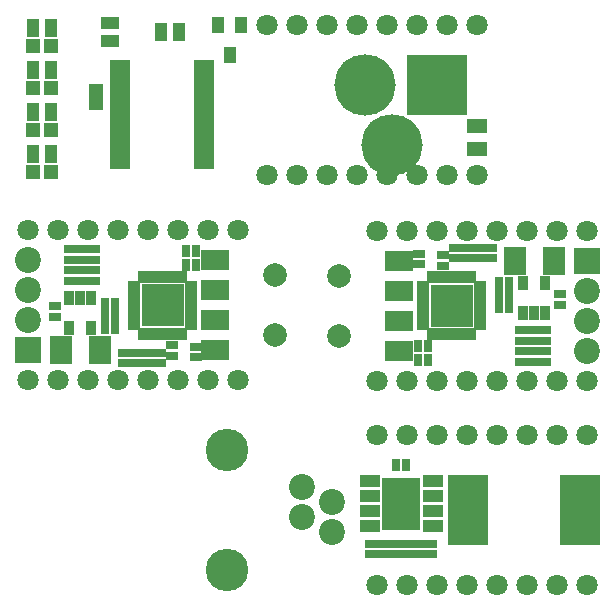
<source format=gts>
G04 (created by PCBNEW (2013-jul-07)-stable) date Thu 09 Jan 2014 05:47:14 AM EST*
%MOIN*%
G04 Gerber Fmt 3.4, Leading zero omitted, Abs format*
%FSLAX34Y34*%
G01*
G70*
G90*
G04 APERTURE LIST*
%ADD10C,0.00590551*%
%ADD11C,0.204748*%
%ADD12R,0.204748X0.204748*%
%ADD13C,0.141732*%
%ADD14C,0.0866142*%
%ADD15R,0.070848X0.039348*%
%ADD16R,0.125948X0.173248*%
%ADD17R,0.039348X0.031448*%
%ADD18R,0.031448X0.039348*%
%ADD19R,0.133858X0.232283*%
%ADD20C,0.070748*%
%ADD21R,0.025548X0.039348*%
%ADD22R,0.039348X0.025548*%
%ADD23R,0.141732X0.141732*%
%ADD24R,0.0866142X0.0866142*%
%ADD25R,0.035748X0.045748*%
%ADD26R,0.075748X0.095748*%
%ADD27R,0.0944882X0.065748*%
%ADD28C,0.0787402*%
%ADD29R,0.065748X0.031748*%
%ADD30R,0.043348X0.055148*%
%ADD31R,0.070748X0.050748*%
%ADD32R,0.040748X0.060748*%
%ADD33R,0.060748X0.040748*%
%ADD34R,0.045748X0.035748*%
%ADD35R,0.047148X0.047148*%
G04 APERTURE END LIST*
G54D10*
G54D11*
X69906Y-46548D03*
G54D12*
X72306Y-46548D03*
G54D11*
X70806Y-48548D03*
G54D13*
X65321Y-58710D03*
X65321Y-62710D03*
G54D14*
X67821Y-59960D03*
X68821Y-60460D03*
X67821Y-60960D03*
X68821Y-61460D03*
G54D15*
X72171Y-59760D03*
X70071Y-59760D03*
X72171Y-60260D03*
X72171Y-60760D03*
X72171Y-61260D03*
X70071Y-60260D03*
X70071Y-60760D03*
X70071Y-61260D03*
G54D16*
X71121Y-60510D03*
G54D17*
X71721Y-61833D03*
X71721Y-62187D03*
X72121Y-62187D03*
X72121Y-61833D03*
X70121Y-61833D03*
X70121Y-62187D03*
X71321Y-61833D03*
X71321Y-62187D03*
X70521Y-61833D03*
X70521Y-62187D03*
X70921Y-61833D03*
X70921Y-62187D03*
G54D18*
X70944Y-59210D03*
X71298Y-59210D03*
G54D19*
X73351Y-60710D03*
X77091Y-60710D03*
G54D20*
X70321Y-63210D03*
X71321Y-63210D03*
X72321Y-63210D03*
X73321Y-63210D03*
X74321Y-63210D03*
X75321Y-63210D03*
X76321Y-63210D03*
X77321Y-63210D03*
X77321Y-58210D03*
X76321Y-58210D03*
X75321Y-58210D03*
X74321Y-58210D03*
X73321Y-58210D03*
X72321Y-58210D03*
X71321Y-58210D03*
X70321Y-58210D03*
G54D21*
X73488Y-52959D03*
X73291Y-52959D03*
X73094Y-52959D03*
X72897Y-52959D03*
X72701Y-52959D03*
X72504Y-52959D03*
X72307Y-52959D03*
X72110Y-52959D03*
G54D22*
X71854Y-54001D03*
X71854Y-54197D03*
X71854Y-54394D03*
X71854Y-54591D03*
G54D23*
X72800Y-53903D03*
G54D22*
X71854Y-53214D03*
X71854Y-53411D03*
X71854Y-53608D03*
X71854Y-53804D03*
G54D21*
X72112Y-54847D03*
X72309Y-54848D03*
X72505Y-54848D03*
X72702Y-54848D03*
X72899Y-54848D03*
X73096Y-54848D03*
X73293Y-54848D03*
X73490Y-54848D03*
G54D22*
X73745Y-54592D03*
X73745Y-54395D03*
X73745Y-54198D03*
X73745Y-54002D03*
X73745Y-53805D03*
X73745Y-53608D03*
X73745Y-53411D03*
X73745Y-53214D03*
G54D24*
X77300Y-52403D03*
G54D14*
X77300Y-53403D03*
X77300Y-54403D03*
X77300Y-55403D03*
G54D25*
X75175Y-54153D03*
X75925Y-54153D03*
X75175Y-53153D03*
X75550Y-54153D03*
X75925Y-53153D03*
G54D26*
X74900Y-52403D03*
X76200Y-52403D03*
G54D18*
X74373Y-53953D03*
X74727Y-53953D03*
G54D17*
X72900Y-52330D03*
X72900Y-51976D03*
X72500Y-52226D03*
X72500Y-52580D03*
G54D18*
X74727Y-53153D03*
X74373Y-53153D03*
X74373Y-53553D03*
X74727Y-53553D03*
G54D17*
X73300Y-52330D03*
X73300Y-51976D03*
X76400Y-53526D03*
X76400Y-53880D03*
G54D18*
X71673Y-55253D03*
X72027Y-55253D03*
G54D17*
X74100Y-52330D03*
X74100Y-51976D03*
G54D18*
X71673Y-55703D03*
X72027Y-55703D03*
G54D17*
X71700Y-52176D03*
X71700Y-52530D03*
X73700Y-52330D03*
X73700Y-51976D03*
G54D20*
X70300Y-56403D03*
X71300Y-56403D03*
X72300Y-56403D03*
X73300Y-56403D03*
X74300Y-56403D03*
X75300Y-56403D03*
X76300Y-56403D03*
X77300Y-56403D03*
X77300Y-51403D03*
X76300Y-51403D03*
X75300Y-51403D03*
X74300Y-51403D03*
X73300Y-51403D03*
X72300Y-51403D03*
X71300Y-51403D03*
X70300Y-51403D03*
G54D17*
X75500Y-54726D03*
X75500Y-55080D03*
X75100Y-55780D03*
X75100Y-55426D03*
X75100Y-54726D03*
X75100Y-55080D03*
X75900Y-54726D03*
X75900Y-55080D03*
X75900Y-55780D03*
X75900Y-55426D03*
X75500Y-55426D03*
X75500Y-55780D03*
G54D27*
X71050Y-52403D03*
X71050Y-53403D03*
X71050Y-54403D03*
X71050Y-55403D03*
G54D28*
X69053Y-52903D03*
X69053Y-54903D03*
G54D21*
X62482Y-54839D03*
X62679Y-54839D03*
X62876Y-54839D03*
X63073Y-54839D03*
X63269Y-54839D03*
X63466Y-54839D03*
X63663Y-54839D03*
X63860Y-54839D03*
G54D22*
X64116Y-53797D03*
X64116Y-53601D03*
X64116Y-53404D03*
X64116Y-53207D03*
G54D23*
X63170Y-53895D03*
G54D22*
X64116Y-54584D03*
X64116Y-54387D03*
X64116Y-54190D03*
X64116Y-53994D03*
G54D21*
X63858Y-52951D03*
X63661Y-52950D03*
X63465Y-52950D03*
X63268Y-52950D03*
X63071Y-52950D03*
X62874Y-52950D03*
X62677Y-52950D03*
X62480Y-52950D03*
G54D22*
X62225Y-53206D03*
X62225Y-53403D03*
X62225Y-53600D03*
X62225Y-53796D03*
X62225Y-53993D03*
X62225Y-54190D03*
X62225Y-54387D03*
X62225Y-54584D03*
G54D24*
X58670Y-55395D03*
G54D14*
X58670Y-54395D03*
X58670Y-53395D03*
X58670Y-52395D03*
G54D25*
X60795Y-53645D03*
X60045Y-53645D03*
X60795Y-54645D03*
X60420Y-53645D03*
X60045Y-54645D03*
G54D26*
X61070Y-55395D03*
X59770Y-55395D03*
G54D18*
X61597Y-53845D03*
X61243Y-53845D03*
G54D17*
X63070Y-55468D03*
X63070Y-55822D03*
X63470Y-55572D03*
X63470Y-55218D03*
G54D18*
X61243Y-54645D03*
X61597Y-54645D03*
X61597Y-54245D03*
X61243Y-54245D03*
G54D17*
X62670Y-55468D03*
X62670Y-55822D03*
X59570Y-54272D03*
X59570Y-53918D03*
G54D18*
X64297Y-52545D03*
X63943Y-52545D03*
G54D17*
X61870Y-55468D03*
X61870Y-55822D03*
G54D18*
X64297Y-52095D03*
X63943Y-52095D03*
G54D17*
X64270Y-55622D03*
X64270Y-55268D03*
X62270Y-55468D03*
X62270Y-55822D03*
G54D20*
X65670Y-51395D03*
X64670Y-51395D03*
X63670Y-51395D03*
X62670Y-51395D03*
X61670Y-51395D03*
X60670Y-51395D03*
X59670Y-51395D03*
X58670Y-51395D03*
X58670Y-56395D03*
X59670Y-56395D03*
X60670Y-56395D03*
X61670Y-56395D03*
X62670Y-56395D03*
X63670Y-56395D03*
X64670Y-56395D03*
X65670Y-56395D03*
G54D17*
X60470Y-53072D03*
X60470Y-52718D03*
X60870Y-52018D03*
X60870Y-52372D03*
X60870Y-53072D03*
X60870Y-52718D03*
X60070Y-53072D03*
X60070Y-52718D03*
X60070Y-52018D03*
X60070Y-52372D03*
X60470Y-52372D03*
X60470Y-52018D03*
G54D27*
X64920Y-55395D03*
X64920Y-54395D03*
X64920Y-53395D03*
X64920Y-52395D03*
G54D28*
X66916Y-54895D03*
X66916Y-52895D03*
G54D29*
X64556Y-49198D03*
X64556Y-48948D03*
X64556Y-48688D03*
X64556Y-48428D03*
X64556Y-48178D03*
X64556Y-47918D03*
X64556Y-47658D03*
X64556Y-47408D03*
X64556Y-47148D03*
X64556Y-46898D03*
X64556Y-46638D03*
X64556Y-46378D03*
X64556Y-46128D03*
X64556Y-45868D03*
X61756Y-45868D03*
X61756Y-46128D03*
X61756Y-46368D03*
X61756Y-46638D03*
X61756Y-46898D03*
X61756Y-47148D03*
X61756Y-47408D03*
X61756Y-47658D03*
X61756Y-47918D03*
X61756Y-48178D03*
X61756Y-48428D03*
X61756Y-48688D03*
X61756Y-48948D03*
X61756Y-49198D03*
G54D30*
X65406Y-45548D03*
X65031Y-44548D03*
X65781Y-44548D03*
G54D31*
X73656Y-47923D03*
X73656Y-48673D03*
G54D32*
X63706Y-44798D03*
X63106Y-44798D03*
G54D33*
X61406Y-44498D03*
X61406Y-45098D03*
G54D34*
X60956Y-46948D03*
X60956Y-47228D03*
X60956Y-46668D03*
G54D32*
X59456Y-44648D03*
X58856Y-44648D03*
X58856Y-46048D03*
X59456Y-46048D03*
X59456Y-47448D03*
X58856Y-47448D03*
X59456Y-48848D03*
X58856Y-48848D03*
G54D35*
X58861Y-48048D03*
X59451Y-48048D03*
X58861Y-49448D03*
X59451Y-49448D03*
X58861Y-45248D03*
X59451Y-45248D03*
X58861Y-46648D03*
X59451Y-46648D03*
G54D20*
X66656Y-49548D03*
X67656Y-49548D03*
X68656Y-49548D03*
X69656Y-49548D03*
X70656Y-49548D03*
X71656Y-49548D03*
X72656Y-49548D03*
X73656Y-49548D03*
X73656Y-44548D03*
X72656Y-44548D03*
X71656Y-44548D03*
X70656Y-44548D03*
X69656Y-44548D03*
X68656Y-44548D03*
X67656Y-44548D03*
X66656Y-44548D03*
M02*

</source>
